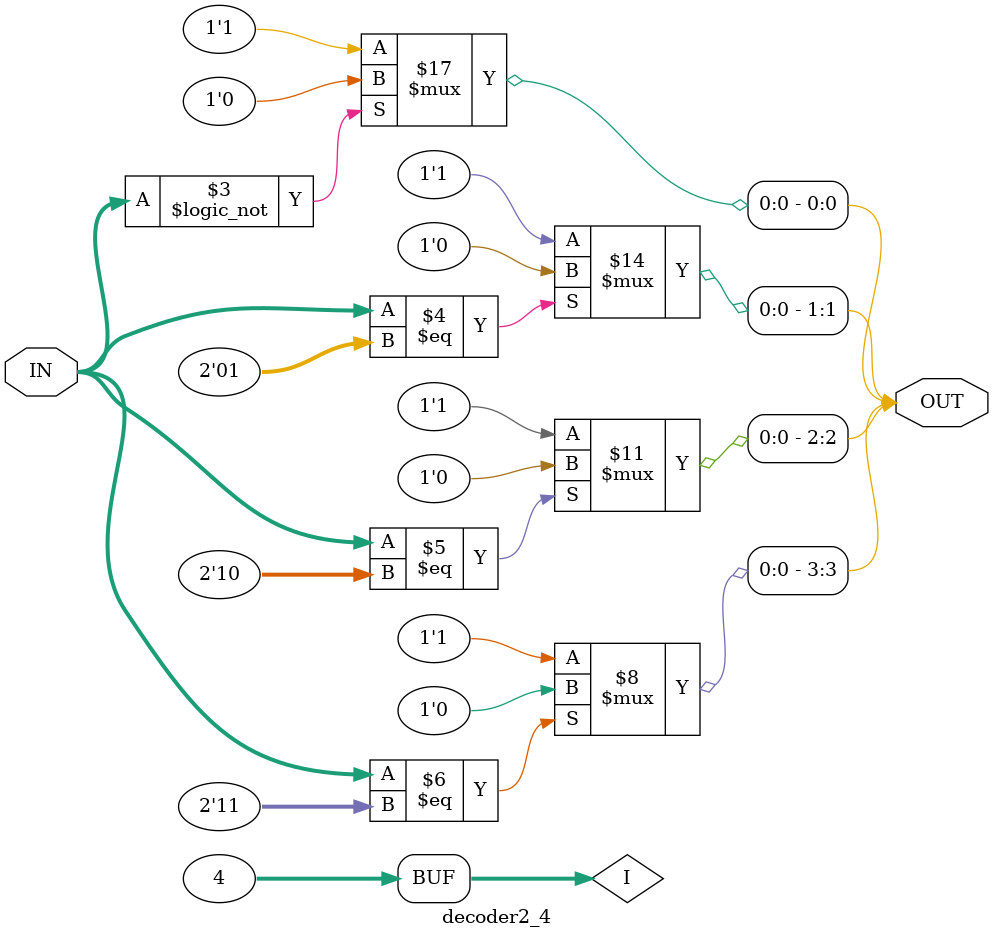
<source format=v>
module decoder2_4(IN,OUT);
    input [1:0]IN;
    output [3:0]OUT;
    reg [3:0]OUT;
    integer I;
    always@(IN)
        begin
        for(I=0;I<=3;I=I+1)
            if(IN==I)
                OUT[I]=0;
            else
                OUT[I]=1;
         end
endmodule
</source>
